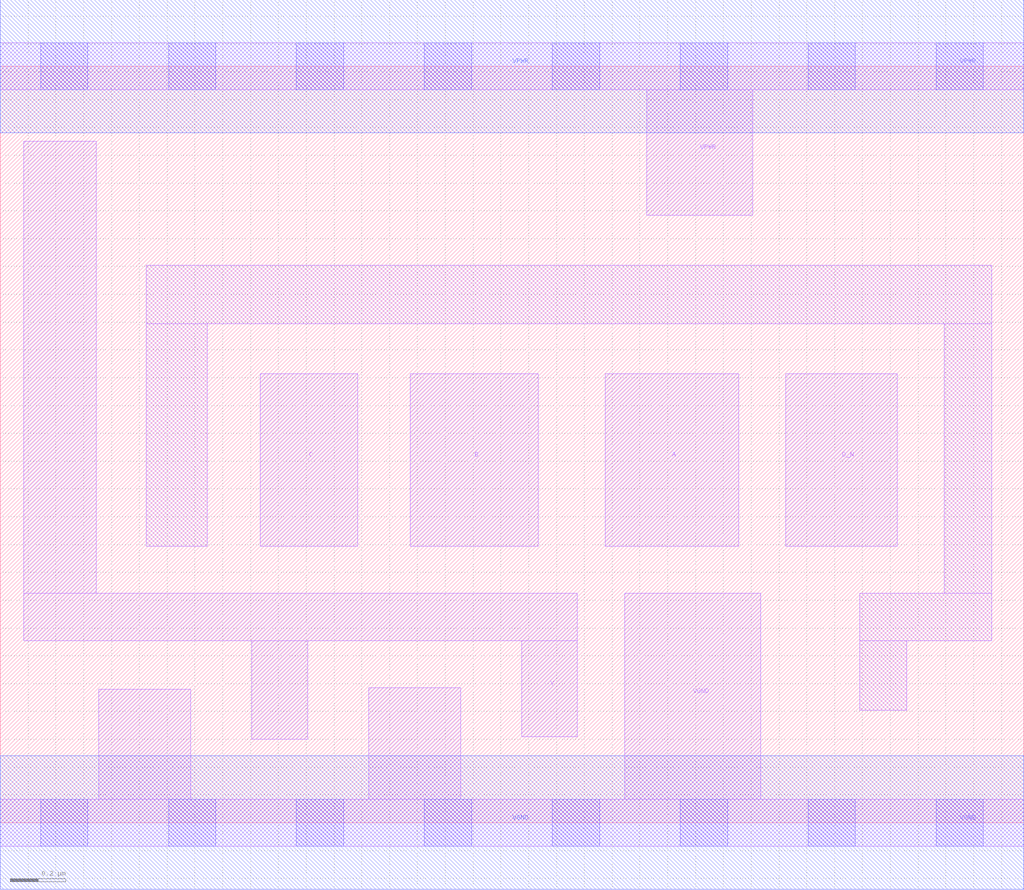
<source format=lef>
# Copyright 2020 The SkyWater PDK Authors
#
# Licensed under the Apache License, Version 2.0 (the "License");
# you may not use this file except in compliance with the License.
# You may obtain a copy of the License at
#
#     https://www.apache.org/licenses/LICENSE-2.0
#
# Unless required by applicable law or agreed to in writing, software
# distributed under the License is distributed on an "AS IS" BASIS,
# WITHOUT WARRANTIES OR CONDITIONS OF ANY KIND, either express or implied.
# See the License for the specific language governing permissions and
# limitations under the License.
#
# SPDX-License-Identifier: Apache-2.0

VERSION 5.7 ;
  NAMESCASESENSITIVE ON ;
  NOWIREEXTENSIONATPIN ON ;
  DIVIDERCHAR "/" ;
  BUSBITCHARS "[]" ;
UNITS
  DATABASE MICRONS 200 ;
END UNITS
PROPERTYDEFINITIONS
  MACRO maskLayoutSubType STRING ;
  MACRO prCellType STRING ;
  MACRO originalViewName STRING ;
END PROPERTYDEFINITIONS
MACRO sky130_fd_sc_hdll__nor4b_1
  CLASS CORE ;
  FOREIGN sky130_fd_sc_hdll__nor4b_1 ;
  ORIGIN  0.000000  0.000000 ;
  SIZE  3.680000 BY  2.720000 ;
  SYMMETRY X Y R90 ;
  SITE unithd ;
  PIN A
    ANTENNAGATEAREA  0.277500 ;
    DIRECTION INPUT ;
    USE SIGNAL ;
    PORT
      LAYER li1 ;
        RECT 2.175000 0.995000 2.655000 1.615000 ;
    END
  END A
  PIN B
    ANTENNAGATEAREA  0.277500 ;
    DIRECTION INPUT ;
    USE SIGNAL ;
    PORT
      LAYER li1 ;
        RECT 1.475000 0.995000 1.935000 1.615000 ;
    END
  END B
  PIN C
    ANTENNAGATEAREA  0.277500 ;
    DIRECTION INPUT ;
    USE SIGNAL ;
    PORT
      LAYER li1 ;
        RECT 0.935000 0.995000 1.285000 1.615000 ;
    END
  END C
  PIN D_N
    ANTENNAGATEAREA  0.138600 ;
    DIRECTION INPUT ;
    USE SIGNAL ;
    PORT
      LAYER li1 ;
        RECT 2.825000 0.995000 3.225000 1.615000 ;
    END
  END D_N
  PIN Y
    ANTENNADIFFAREA  0.913500 ;
    DIRECTION OUTPUT ;
    USE SIGNAL ;
    PORT
      LAYER li1 ;
        RECT 0.085000 0.655000 2.075000 0.825000 ;
        RECT 0.085000 0.825000 0.345000 2.450000 ;
        RECT 0.905000 0.300000 1.105000 0.655000 ;
        RECT 1.875000 0.310000 2.075000 0.655000 ;
    END
  END Y
  PIN VGND
    DIRECTION INOUT ;
    USE GROUND ;
    PORT
      LAYER li1 ;
        RECT 0.000000 -0.085000 3.680000 0.085000 ;
        RECT 0.355000  0.085000 0.685000 0.480000 ;
        RECT 1.325000  0.085000 1.655000 0.485000 ;
        RECT 2.245000  0.085000 2.735000 0.825000 ;
      LAYER mcon ;
        RECT 0.145000 -0.085000 0.315000 0.085000 ;
        RECT 0.605000 -0.085000 0.775000 0.085000 ;
        RECT 1.065000 -0.085000 1.235000 0.085000 ;
        RECT 1.525000 -0.085000 1.695000 0.085000 ;
        RECT 1.985000 -0.085000 2.155000 0.085000 ;
        RECT 2.445000 -0.085000 2.615000 0.085000 ;
        RECT 2.905000 -0.085000 3.075000 0.085000 ;
        RECT 3.365000 -0.085000 3.535000 0.085000 ;
      LAYER met1 ;
        RECT 0.000000 -0.240000 3.680000 0.240000 ;
    END
  END VGND
  PIN VPWR
    DIRECTION INOUT ;
    USE POWER ;
    PORT
      LAYER li1 ;
        RECT 0.000000 2.635000 3.680000 2.805000 ;
        RECT 2.325000 2.185000 2.705000 2.635000 ;
      LAYER mcon ;
        RECT 0.145000 2.635000 0.315000 2.805000 ;
        RECT 0.605000 2.635000 0.775000 2.805000 ;
        RECT 1.065000 2.635000 1.235000 2.805000 ;
        RECT 1.525000 2.635000 1.695000 2.805000 ;
        RECT 1.985000 2.635000 2.155000 2.805000 ;
        RECT 2.445000 2.635000 2.615000 2.805000 ;
        RECT 2.905000 2.635000 3.075000 2.805000 ;
        RECT 3.365000 2.635000 3.535000 2.805000 ;
      LAYER met1 ;
        RECT 0.000000 2.480000 3.680000 2.960000 ;
    END
  END VPWR
  OBS
    LAYER li1 ;
      RECT 0.525000 0.995000 0.745000 1.795000 ;
      RECT 0.525000 1.795000 3.565000 2.005000 ;
      RECT 3.090000 0.405000 3.260000 0.655000 ;
      RECT 3.090000 0.655000 3.565000 0.825000 ;
      RECT 3.395000 0.825000 3.565000 1.795000 ;
  END
  PROPERTY maskLayoutSubType "abstract" ;
  PROPERTY prCellType "standard" ;
  PROPERTY originalViewName "layout" ;
END sky130_fd_sc_hdll__nor4b_1

</source>
